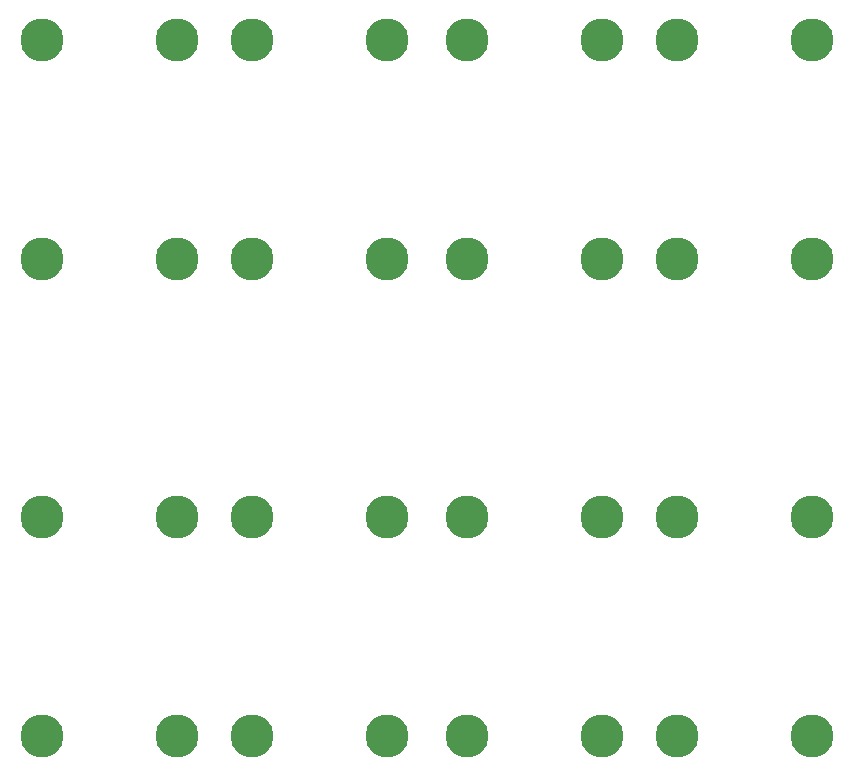
<source format=gbr>
%TF.GenerationSoftware,KiCad,Pcbnew,7.0.10*%
%TF.CreationDate,2024-02-05T14:26:27-07:00*%
%TF.ProjectId,pcbdraft-1,70636264-7261-4667-942d-312e6b696361,rev?*%
%TF.SameCoordinates,Original*%
%TF.FileFunction,Legend,Bot*%
%TF.FilePolarity,Positive*%
%FSLAX46Y46*%
G04 Gerber Fmt 4.6, Leading zero omitted, Abs format (unit mm)*
G04 Created by KiCad (PCBNEW 7.0.10) date 2024-02-05 14:26:27*
%MOMM*%
%LPD*%
G01*
G04 APERTURE LIST*
%ADD10C,3.650000*%
G04 APERTURE END LIST*
D10*
%TO.C,J14*%
X105603000Y-94996000D03*
X117033000Y-94996000D03*
%TD*%
%TO.C,J3*%
X87386000Y-36060000D03*
X98816000Y-36060000D03*
%TD*%
%TO.C,J16*%
X123378000Y-94996000D03*
X134808000Y-94996000D03*
%TD*%
%TO.C,J6*%
X105603000Y-54610000D03*
X117033000Y-54610000D03*
%TD*%
%TO.C,J11*%
X87386000Y-76446000D03*
X98816000Y-76446000D03*
%TD*%
%TO.C,J7*%
X87386000Y-54610000D03*
X98816000Y-54610000D03*
%TD*%
%TO.C,J2*%
X105603000Y-36060000D03*
X117033000Y-36060000D03*
%TD*%
%TO.C,J5*%
X69611000Y-54610000D03*
X81041000Y-54610000D03*
%TD*%
%TO.C,J9*%
X69611000Y-76446000D03*
X81041000Y-76446000D03*
%TD*%
%TO.C,J10*%
X105603000Y-76446000D03*
X117033000Y-76446000D03*
%TD*%
%TO.C,J12*%
X123378000Y-76446000D03*
X134808000Y-76446000D03*
%TD*%
%TO.C,J8*%
X123378000Y-54610000D03*
X134808000Y-54610000D03*
%TD*%
%TO.C,J1*%
X69611000Y-36060000D03*
X81041000Y-36060000D03*
%TD*%
%TO.C,J15*%
X87386000Y-94996000D03*
X98816000Y-94996000D03*
%TD*%
%TO.C,J13*%
X69611000Y-94996000D03*
X81041000Y-94996000D03*
%TD*%
%TO.C,J4*%
X123378000Y-36060000D03*
X134808000Y-36060000D03*
%TD*%
M02*

</source>
